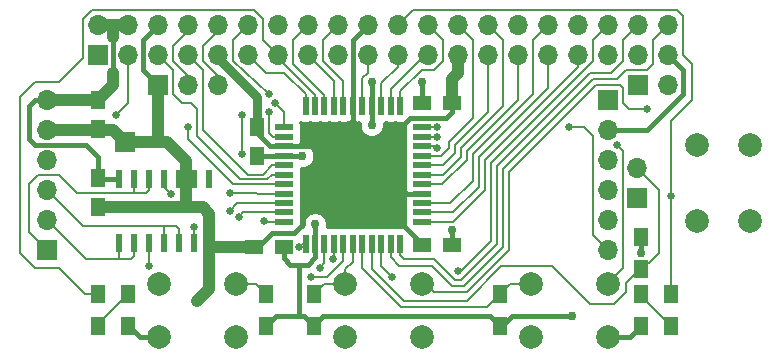
<source format=gtl>
G04 #@! TF.FileFunction,Copper,L1,Top,Signal*
%FSLAX46Y46*%
G04 Gerber Fmt 4.6, Leading zero omitted, Abs format (unit mm)*
G04 Created by KiCad (PCBNEW 4.0.7-e2-6376~58~ubuntu16.04.1) date Wed Jun 13 12:59:57 2018*
%MOMM*%
%LPD*%
G01*
G04 APERTURE LIST*
%ADD10C,0.100000*%
%ADD11R,0.600000X1.500000*%
%ADD12R,1.600000X0.560000*%
%ADD13R,0.560000X1.600000*%
%ADD14C,2.000000*%
%ADD15R,1.250000X1.500000*%
%ADD16R,1.500000X1.250000*%
%ADD17R,1.300000X1.500000*%
%ADD18R,1.700000X1.700000*%
%ADD19O,1.700000X1.700000*%
%ADD20C,0.762000*%
%ADD21C,0.660400*%
%ADD22C,0.381000*%
%ADD23C,1.016000*%
%ADD24C,0.762000*%
%ADD25C,0.203200*%
%ADD26C,0.254000*%
G04 APERTURE END LIST*
D10*
D11*
X22650000Y-45178960D03*
X23920000Y-45178960D03*
X25190000Y-45178960D03*
X26460000Y-45178960D03*
X27730000Y-45178960D03*
X29000000Y-45178960D03*
X30270000Y-45178960D03*
X30270000Y-39778960D03*
X29000000Y-39778960D03*
X27730000Y-39778960D03*
X26460000Y-39778960D03*
X25190000Y-39778960D03*
X23920000Y-39778960D03*
X22650000Y-39778960D03*
D12*
X48312000Y-43430960D03*
X48312000Y-42630960D03*
X48312000Y-41830960D03*
X48312000Y-41030960D03*
X48312000Y-40230960D03*
X48312000Y-39430960D03*
X48312000Y-38630960D03*
X48312000Y-37830960D03*
X48312000Y-37030960D03*
X48312000Y-36230960D03*
X48312000Y-35430960D03*
D13*
X46462000Y-33580960D03*
X45662000Y-33580960D03*
X44862000Y-33580960D03*
X44062000Y-33580960D03*
X43262000Y-33580960D03*
X42462000Y-33580960D03*
X41662000Y-33580960D03*
X40862000Y-33580960D03*
X40062000Y-33580960D03*
X39262000Y-33580960D03*
X38462000Y-33580960D03*
D12*
X36612000Y-35430960D03*
X36612000Y-36230960D03*
X36612000Y-37030960D03*
X36612000Y-37830960D03*
X36612000Y-38630960D03*
X36612000Y-39430960D03*
X36612000Y-40230960D03*
X36612000Y-41030960D03*
X36612000Y-41830960D03*
X36612000Y-42630960D03*
X36612000Y-43430960D03*
D13*
X38462000Y-45280960D03*
X39262000Y-45280960D03*
X40062000Y-45280960D03*
X40862000Y-45280960D03*
X41662000Y-45280960D03*
X42462000Y-45280960D03*
X43262000Y-45280960D03*
X44062000Y-45280960D03*
X44862000Y-45280960D03*
X45662000Y-45280960D03*
X46462000Y-45280960D03*
D14*
X71617000Y-36890960D03*
X76117000Y-36890960D03*
X71617000Y-43390960D03*
X76117000Y-43390960D03*
D15*
X20872000Y-39704960D03*
X20872000Y-42204960D03*
X20872000Y-33100960D03*
X20872000Y-35600960D03*
D16*
X50824000Y-45399960D03*
X48324000Y-45399960D03*
X36600000Y-45526960D03*
X34100000Y-45526960D03*
D15*
X34334000Y-37886960D03*
X34334000Y-35386960D03*
D16*
X48324000Y-33334960D03*
X50824000Y-33334960D03*
D17*
X35096000Y-52210960D03*
X35096000Y-49510960D03*
X39160000Y-52210960D03*
X39160000Y-49510960D03*
X54908000Y-52210960D03*
X54908000Y-49510960D03*
D14*
X32556000Y-48646960D03*
X32556000Y-53146960D03*
X26056000Y-48646960D03*
X26056000Y-53146960D03*
X48304000Y-48646960D03*
X48304000Y-53146960D03*
X41804000Y-48646960D03*
X41804000Y-53146960D03*
X64052000Y-48646960D03*
X64052000Y-53146960D03*
X57552000Y-48646960D03*
X57552000Y-53146960D03*
D18*
X64052000Y-33080960D03*
D19*
X64052000Y-35620960D03*
X64052000Y-38160960D03*
X64052000Y-40700960D03*
X64052000Y-43240960D03*
X64052000Y-45780960D03*
D18*
X16554000Y-45780960D03*
D19*
X16554000Y-43240960D03*
X16554000Y-40700960D03*
X16554000Y-38160960D03*
X16554000Y-35620960D03*
X16554000Y-33080960D03*
D18*
X20872000Y-29270960D03*
D19*
X20872000Y-26730960D03*
X23412000Y-29270960D03*
X23412000Y-26730960D03*
X25952000Y-29270960D03*
X25952000Y-26730960D03*
X28492000Y-29270960D03*
X28492000Y-26730960D03*
X31032000Y-29270960D03*
X31032000Y-26730960D03*
X33572000Y-29270960D03*
X33572000Y-26730960D03*
X36112000Y-29270960D03*
X36112000Y-26730960D03*
X38652000Y-29270960D03*
X38652000Y-26730960D03*
X41192000Y-29270960D03*
X41192000Y-26730960D03*
X43732000Y-29270960D03*
X43732000Y-26730960D03*
X46272000Y-29270960D03*
X46272000Y-26730960D03*
X48812000Y-29270960D03*
X48812000Y-26730960D03*
X51352000Y-29270960D03*
X51352000Y-26730960D03*
X53892000Y-29270960D03*
X53892000Y-26730960D03*
X56432000Y-29270960D03*
X56432000Y-26730960D03*
X58972000Y-29270960D03*
X58972000Y-26730960D03*
X61512000Y-29270960D03*
X61512000Y-26730960D03*
X64052000Y-29270960D03*
X64052000Y-26730960D03*
X66592000Y-29270960D03*
X66592000Y-26730960D03*
X69132000Y-29270960D03*
X69132000Y-26730960D03*
D18*
X66592000Y-31810960D03*
D19*
X69132000Y-31810960D03*
D18*
X25952000Y-31810960D03*
D19*
X28492000Y-31810960D03*
X31032000Y-31810960D03*
D17*
X23412000Y-49510960D03*
X23412000Y-52210960D03*
X66846000Y-49510960D03*
X66846000Y-52210960D03*
X20872000Y-52210960D03*
X20872000Y-49510960D03*
X69386000Y-52210960D03*
X69386000Y-49510960D03*
D18*
X23158000Y-36636960D03*
D17*
X66846000Y-44684960D03*
X66846000Y-47384960D03*
D18*
X66490400Y-41412160D03*
D19*
X66490400Y-38872160D03*
D20*
X29254000Y-50098960D03*
X48329400Y-31556960D03*
X44062200Y-31556960D03*
X61004000Y-51368960D03*
X66846000Y-46034960D03*
X50844000Y-44129960D03*
X44052000Y-35200960D03*
X38202000Y-37850960D03*
X39252000Y-43600960D03*
D21*
X28492000Y-35366960D03*
X22396000Y-34350960D03*
X34969000Y-43367960D03*
X33064000Y-37652960D03*
X33064000Y-34350960D03*
X35350000Y-32572960D03*
X64814000Y-36890960D03*
X51352000Y-47558960D03*
X38906000Y-48066960D03*
X67354000Y-33842960D03*
X49574000Y-35366960D03*
X35350000Y-34096960D03*
X49574000Y-37144960D03*
X49574000Y-36230560D03*
X60750000Y-35366960D03*
X32810000Y-42986960D03*
X32048000Y-42478960D03*
X32048000Y-40954960D03*
X35858000Y-33334960D03*
X37890000Y-45526960D03*
X27095000Y-41081960D03*
X39668000Y-47304960D03*
X25190000Y-47177960D03*
X29000000Y-43875960D03*
X40811000Y-46542960D03*
X45764000Y-48066960D03*
X69386000Y-41208960D03*
D22*
X22142000Y-30794960D02*
X22142000Y-27746960D01*
D23*
X22142000Y-26730960D02*
X22142000Y-27746960D01*
X22142000Y-31810960D02*
X22142000Y-30794960D01*
X22142000Y-31810960D02*
X20872000Y-33080960D01*
X20872000Y-33100960D02*
X20872000Y-33080960D01*
X22142000Y-26730960D02*
X23412000Y-26730960D01*
X16554000Y-33080960D02*
X20852000Y-33080960D01*
D22*
X20852000Y-33080960D02*
X20892960Y-33040000D01*
X20892960Y-33040000D02*
X20932960Y-33040000D01*
X16554000Y-33080960D02*
X15538000Y-33080960D01*
X20872000Y-37906960D02*
X20872000Y-39704960D01*
X19856000Y-36890960D02*
X20872000Y-37906960D01*
X15538000Y-36890960D02*
X19856000Y-36890960D01*
X15030000Y-36382960D02*
X15538000Y-36890960D01*
X15030000Y-33588960D02*
X15030000Y-36382960D01*
X15538000Y-33080960D02*
X15030000Y-33588960D01*
X16574000Y-33100960D02*
X16554000Y-33080960D01*
X22650000Y-39778960D02*
X20946000Y-39778960D01*
X20946000Y-39778960D02*
X20872000Y-39704960D01*
D23*
X20872000Y-26730960D02*
X22142000Y-26730960D01*
D22*
X64052000Y-53146960D02*
X65910000Y-53146960D01*
X65910000Y-53146960D02*
X66846000Y-52210960D01*
X23412000Y-52210960D02*
X23492000Y-52210960D01*
X23492000Y-52210960D02*
X24428000Y-53146960D01*
X24428000Y-53146960D02*
X26056000Y-53146960D01*
X29000000Y-39778960D02*
X28365000Y-39778960D01*
X28365000Y-39778960D02*
X28365000Y-42204960D01*
D23*
X30270000Y-45178960D02*
X30270000Y-42732960D01*
X30270000Y-42732960D02*
X29742000Y-42204960D01*
X29742000Y-42204960D02*
X28365000Y-42204960D01*
X30270000Y-45178960D02*
X30270000Y-49082960D01*
X30270000Y-49082960D02*
X29254000Y-50098960D01*
X34100000Y-45526960D02*
X30618000Y-45526960D01*
X30618000Y-45526960D02*
X30270000Y-45178960D01*
D22*
X27730000Y-39778960D02*
X29000000Y-39778960D01*
D23*
X28365000Y-42204960D02*
X28365000Y-38287960D01*
X28365000Y-38287960D02*
X26714000Y-36636960D01*
X26714000Y-36636960D02*
X25952000Y-36636960D01*
X25952000Y-36636960D02*
X23158000Y-36636960D01*
X23158000Y-36636960D02*
X22142000Y-35620960D01*
X22142000Y-35620960D02*
X20892000Y-35620960D01*
X20892000Y-35620960D02*
X20872000Y-35600960D01*
X25952000Y-36636960D02*
X25952000Y-35620960D01*
X16554000Y-35620960D02*
X20852000Y-35620960D01*
D22*
X64052000Y-35620960D02*
X67354000Y-35620960D01*
X70402000Y-30540960D02*
X69132000Y-29270960D01*
X70402000Y-32572960D02*
X70402000Y-30540960D01*
X31032000Y-29270960D02*
X31032000Y-29524960D01*
D24*
X31032000Y-29524960D02*
X34334000Y-32826960D01*
X34334000Y-32826960D02*
X34334000Y-35386960D01*
D22*
X48324000Y-45399960D02*
X48324000Y-45292960D01*
X48324000Y-45292960D02*
X46602000Y-43570960D01*
X46602000Y-43570960D02*
X46602000Y-41030960D01*
X34100000Y-45780960D02*
X34207000Y-45780960D01*
X34207000Y-45780960D02*
X35604000Y-44383960D01*
X39287000Y-39684960D02*
X45256000Y-39684960D01*
X38271000Y-40700960D02*
X39287000Y-39684960D01*
X38271000Y-43621960D02*
X38271000Y-40700960D01*
X37509000Y-44383960D02*
X38271000Y-43621960D01*
X35604000Y-44383960D02*
X37509000Y-44383960D01*
X50824000Y-33334960D02*
X50824000Y-34116960D01*
X44862000Y-37030960D02*
X42462000Y-37030960D01*
X47288000Y-34604960D02*
X44862000Y-37030960D01*
X50336000Y-34604960D02*
X47288000Y-34604960D01*
X50824000Y-34116960D02*
X50336000Y-34604960D01*
X34334000Y-35386960D02*
X34334000Y-34858960D01*
D23*
X25952000Y-31810960D02*
X25952000Y-35540000D01*
D22*
X25952000Y-35540000D02*
X25952000Y-35620960D01*
X25952000Y-35620960D02*
X25952000Y-35540000D01*
X36612000Y-37030960D02*
X35490000Y-37030960D01*
X35490000Y-37030960D02*
X34334000Y-35874960D01*
X34334000Y-35874960D02*
X34334000Y-35386960D01*
D23*
X28365000Y-42204960D02*
X20872000Y-42204960D01*
D22*
X36612000Y-37030960D02*
X42462000Y-37030960D01*
X42462000Y-37030960D02*
X42462000Y-36890960D01*
X46602000Y-41030960D02*
X48312000Y-41030960D01*
X42462000Y-36890960D02*
X45256000Y-39684960D01*
X45256000Y-39684960D02*
X46602000Y-41030960D01*
X42462000Y-33580960D02*
X42462000Y-36890960D01*
D23*
X51352000Y-29270960D02*
X51352000Y-30794960D01*
X51352000Y-30794960D02*
X50824000Y-31322960D01*
X50824000Y-31322960D02*
X50824000Y-33334960D01*
D22*
X25952000Y-26730960D02*
X24682000Y-28000960D01*
X24682000Y-30540960D02*
X25952000Y-31810960D01*
X24682000Y-28000960D02*
X24682000Y-30540960D01*
X42462000Y-28000960D02*
X43732000Y-26730960D01*
X42462000Y-33580960D02*
X42462000Y-28000960D01*
X51352000Y-33314960D02*
X51332000Y-33334960D01*
X67354000Y-35620960D02*
X70402000Y-32572960D01*
X48324000Y-33334960D02*
X48324000Y-31562360D01*
X48324000Y-31562360D02*
X48329400Y-31556960D01*
X44062000Y-33580960D02*
X44062000Y-31557160D01*
X44062000Y-31557160D02*
X44062200Y-31556960D01*
X55924000Y-51368960D02*
X61004000Y-51368960D01*
X55082000Y-52210960D02*
X55924000Y-51368960D01*
X66846000Y-46034960D02*
X66846000Y-44684960D01*
X54908000Y-52210960D02*
X55082000Y-52210960D01*
X37890000Y-47050960D02*
X37890000Y-51368960D01*
X50824000Y-45399960D02*
X50824000Y-44149960D01*
X50824000Y-44149960D02*
X50844000Y-44129960D01*
X35096000Y-52210960D02*
X35096000Y-52130960D01*
X38318000Y-51368960D02*
X37890000Y-51368960D01*
X38318000Y-51368960D02*
X39160000Y-52210960D01*
X37890000Y-51368960D02*
X35938000Y-51368960D01*
X35938000Y-51368960D02*
X35096000Y-52210960D01*
X37890000Y-47050960D02*
X38144000Y-47050960D01*
X36600000Y-45526960D02*
X36600000Y-46522960D01*
X37128000Y-47050960D02*
X38144000Y-47050960D01*
X36600000Y-46522960D02*
X37128000Y-47050960D01*
X48324000Y-33528960D02*
X48324000Y-33334960D01*
X44062000Y-33580960D02*
X44062000Y-35190960D01*
X44062000Y-35190960D02*
X44052000Y-35200960D01*
X36612000Y-37830960D02*
X38182000Y-37830960D01*
X38182000Y-37830960D02*
X38202000Y-37850960D01*
X39262000Y-43610960D02*
X39262000Y-45280960D01*
X39252000Y-43600960D02*
X39262000Y-43610960D01*
X54908000Y-52210960D02*
X54908000Y-52130960D01*
X38144000Y-47050960D02*
X38652000Y-47050960D01*
X38652000Y-47050960D02*
X39262000Y-46440960D01*
X39262000Y-46440960D02*
X39262000Y-45280960D01*
X36612000Y-37830960D02*
X34390000Y-37830960D01*
X34390000Y-37830960D02*
X34334000Y-37886960D01*
X39160000Y-52210960D02*
X39160000Y-52130960D01*
X39160000Y-52130960D02*
X39922000Y-51368960D01*
X54066000Y-51368960D02*
X54908000Y-52210960D01*
X39922000Y-51368960D02*
X54066000Y-51368960D01*
X36600000Y-45780960D02*
X36600000Y-45292960D01*
X47796000Y-33334960D02*
X48832000Y-33334960D01*
D25*
X36612000Y-40230960D02*
X32340000Y-40230960D01*
X28492000Y-35366960D02*
X28492000Y-36382960D01*
X28492000Y-36382960D02*
X32340000Y-40230960D01*
X22396000Y-34350960D02*
X23412000Y-33334960D01*
X23412000Y-33334960D02*
X23412000Y-29270960D01*
X36612000Y-39430960D02*
X35604000Y-39430960D01*
X32949598Y-39824558D02*
X29254000Y-36128960D01*
X29254000Y-36128960D02*
X29254000Y-33842960D01*
X29254000Y-33842960D02*
X28746000Y-33334960D01*
X28746000Y-33334960D02*
X27984000Y-33334960D01*
X27984000Y-33334960D02*
X27222000Y-32572960D01*
X27222000Y-32572960D02*
X27222000Y-30540960D01*
X27222000Y-30540960D02*
X25952000Y-29270960D01*
X35210402Y-39824558D02*
X32949598Y-39824558D01*
X35604000Y-39430960D02*
X35210402Y-39824558D01*
X36612000Y-38630960D02*
X35642000Y-38630960D01*
X33559196Y-39418156D02*
X29762000Y-35620960D01*
X34854804Y-39418156D02*
X33559196Y-39418156D01*
X35642000Y-38630960D02*
X34854804Y-39418156D01*
X29762000Y-30540960D02*
X28492000Y-29270960D01*
X29762000Y-35620960D02*
X29762000Y-30540960D01*
X28492000Y-29270960D02*
X28492000Y-29778960D01*
X28492000Y-26730960D02*
X28492000Y-27238960D01*
X28492000Y-27238960D02*
X27222000Y-28508960D01*
X27222000Y-28508960D02*
X27222000Y-29778960D01*
X27222000Y-29778960D02*
X28492000Y-31048960D01*
X28492000Y-31048960D02*
X28492000Y-31810960D01*
X31032000Y-26730960D02*
X31032000Y-27238960D01*
X31032000Y-27238960D02*
X29762000Y-28508960D01*
X29762000Y-28508960D02*
X29762000Y-29778960D01*
X29762000Y-29778960D02*
X31032000Y-31048960D01*
X31032000Y-31048960D02*
X31032000Y-31810960D01*
X33572000Y-29270960D02*
X35096000Y-30794960D01*
X38462000Y-32636960D02*
X38462000Y-33580960D01*
X36620000Y-30794960D02*
X38462000Y-32636960D01*
X35096000Y-30794960D02*
X36620000Y-30794960D01*
X36612000Y-43430960D02*
X35032000Y-43430960D01*
X35032000Y-43430960D02*
X34969000Y-43367960D01*
X33064000Y-37652960D02*
X33064000Y-34350960D01*
X32302000Y-29778960D02*
X32302000Y-28000960D01*
X35350000Y-32572960D02*
X32302000Y-29778960D01*
X32302000Y-28000960D02*
X33572000Y-26730960D01*
X20872000Y-49510960D02*
X19776000Y-49510960D01*
X19776000Y-49510960D02*
X17570000Y-47304960D01*
X17570000Y-47304960D02*
X15538000Y-47304960D01*
X15538000Y-47304960D02*
X14268000Y-46034960D01*
X34842000Y-28000960D02*
X36112000Y-29270960D01*
X34842000Y-26222960D02*
X34842000Y-28000960D01*
X34080000Y-25460960D02*
X34842000Y-26222960D01*
X20364000Y-25460960D02*
X34080000Y-25460960D01*
X19602000Y-26222960D02*
X20364000Y-25460960D01*
X19602000Y-29524960D02*
X19602000Y-26222960D01*
X17570000Y-31556960D02*
X19602000Y-29524960D01*
X15538000Y-31556960D02*
X17570000Y-31556960D01*
X14268000Y-32826960D02*
X15538000Y-31556960D01*
X14268000Y-46034960D02*
X14268000Y-32826960D01*
X36112000Y-29270960D02*
X36112000Y-29524960D01*
X36112000Y-29524960D02*
X39262000Y-32674960D01*
X39262000Y-32674960D02*
X39262000Y-33580960D01*
X40862000Y-33580960D02*
X40862000Y-31480960D01*
X40862000Y-31480960D02*
X38652000Y-29270960D01*
X38652000Y-26730960D02*
X37382000Y-28000960D01*
X40062000Y-32712960D02*
X40062000Y-33580960D01*
X37382000Y-30032960D02*
X40062000Y-32712960D01*
X37382000Y-28000960D02*
X37382000Y-30032960D01*
X41662000Y-33580960D02*
X41662000Y-31518960D01*
X39922000Y-28000960D02*
X41192000Y-26730960D01*
X39922000Y-29778960D02*
X39922000Y-28000960D01*
X41662000Y-31518960D02*
X39922000Y-29778960D01*
X43732000Y-29270960D02*
X43732000Y-30794960D01*
X43262000Y-31264960D02*
X43262000Y-33580960D01*
X43732000Y-30794960D02*
X43262000Y-31264960D01*
X46272000Y-29270960D02*
X46272000Y-30286960D01*
X44862000Y-31696960D02*
X44862000Y-33580960D01*
X46272000Y-30286960D02*
X44862000Y-31696960D01*
X45662000Y-33580960D02*
X45662000Y-32216960D01*
X45662000Y-32216960D02*
X48608000Y-29270960D01*
X48608000Y-29270960D02*
X48812000Y-29270960D01*
X48812000Y-26730960D02*
X50082000Y-28000960D01*
X46462000Y-32382960D02*
X46462000Y-33580960D01*
X48304000Y-30540960D02*
X46462000Y-32382960D01*
X49320000Y-30540960D02*
X48304000Y-30540960D01*
X50082000Y-29778960D02*
X49320000Y-30540960D01*
X50082000Y-28000960D02*
X50082000Y-29778960D01*
X48312000Y-37830960D02*
X49904000Y-37830960D01*
X52622000Y-28000960D02*
X51352000Y-26730960D01*
X52622000Y-34604960D02*
X52622000Y-28000960D01*
X50590000Y-36636960D02*
X52622000Y-34604960D01*
X50590000Y-37144960D02*
X50590000Y-36636960D01*
X49904000Y-37830960D02*
X50590000Y-37144960D01*
X48312000Y-40230960D02*
X50044000Y-40230960D01*
X52114000Y-37398960D02*
X56432000Y-33080960D01*
X56432000Y-33080960D02*
X56432000Y-29270960D01*
X52114000Y-38160960D02*
X52114000Y-37398960D01*
X50044000Y-40230960D02*
X52114000Y-38160960D01*
X48312000Y-42630960D02*
X50946000Y-42630960D01*
X53130000Y-40446960D02*
X53130000Y-37906960D01*
X50946000Y-42630960D02*
X53130000Y-40446960D01*
X53130000Y-37906960D02*
X58972000Y-32064960D01*
X58972000Y-32064960D02*
X58972000Y-29270960D01*
X48312000Y-41830960D02*
X50730000Y-41830960D01*
X57702000Y-28000960D02*
X58972000Y-26730960D01*
X57702000Y-32572960D02*
X57702000Y-28000960D01*
X52622000Y-37652960D02*
X57702000Y-32572960D01*
X52622000Y-39938960D02*
X52622000Y-37652960D01*
X50730000Y-41830960D02*
X52622000Y-39938960D01*
X48312000Y-43430960D02*
X50908000Y-43430960D01*
X53638000Y-40700960D02*
X53638000Y-38160960D01*
X50908000Y-43430960D02*
X53638000Y-40700960D01*
X53638000Y-38160960D02*
X61512000Y-30286960D01*
X61512000Y-30286960D02*
X61512000Y-29270960D01*
X43262000Y-45280960D02*
X43262000Y-47342960D01*
X43262000Y-47342960D02*
X46526000Y-50606960D01*
X64052000Y-48646960D02*
X64052000Y-48574960D01*
X64052000Y-48574960D02*
X65322000Y-47304960D01*
X53812000Y-50606960D02*
X54908000Y-49510960D01*
X46526000Y-50606960D02*
X53812000Y-50606960D01*
X64814000Y-36890960D02*
X65322000Y-37398960D01*
X65322000Y-37398960D02*
X65322000Y-47304960D01*
X57552000Y-48646960D02*
X55772000Y-48646960D01*
X55772000Y-48646960D02*
X54908000Y-49510960D01*
X41662000Y-45280960D02*
X41662000Y-46707960D01*
X41662000Y-46707960D02*
X40303000Y-48066960D01*
X62782000Y-29778960D02*
X54146000Y-38414960D01*
X62782000Y-29778960D02*
X62782000Y-28000960D01*
X62782000Y-28000960D02*
X64052000Y-26730960D01*
X51606000Y-47558960D02*
X51352000Y-47558960D01*
X54146000Y-45018960D02*
X51606000Y-47558960D01*
X54146000Y-38414960D02*
X54146000Y-45018960D01*
X32556000Y-48646960D02*
X34232000Y-48646960D01*
X34232000Y-48646960D02*
X35096000Y-49510960D01*
X40303000Y-48066960D02*
X38906000Y-48066960D01*
X41804000Y-48646960D02*
X41804000Y-47454960D01*
X41804000Y-47454960D02*
X42462000Y-46796960D01*
X42462000Y-45280960D02*
X42462000Y-46796960D01*
X48304000Y-48646960D02*
X48630000Y-48646960D01*
X48630000Y-48646960D02*
X49320000Y-49336960D01*
X52114000Y-49336960D02*
X55670000Y-45780960D01*
X49320000Y-49336960D02*
X52114000Y-49336960D01*
X55670000Y-39176960D02*
X63036000Y-31810960D01*
X55670000Y-45780960D02*
X55670000Y-39176960D01*
X63036000Y-31810960D02*
X65068000Y-31810960D01*
X65068000Y-31810960D02*
X65322000Y-32064960D01*
X65322000Y-32064960D02*
X65322000Y-33334960D01*
X65322000Y-33334960D02*
X65830000Y-33842960D01*
X65830000Y-33842960D02*
X67354000Y-33842960D01*
X48304000Y-48646960D02*
X48486000Y-48646960D01*
X41804000Y-48646960D02*
X40024000Y-48646960D01*
X40024000Y-48646960D02*
X39160000Y-49510960D01*
X46462000Y-45280960D02*
X46462000Y-46224960D01*
X65322000Y-28000960D02*
X66592000Y-26730960D01*
X65322000Y-29778960D02*
X65322000Y-28000960D01*
X64306000Y-30794960D02*
X65322000Y-29778960D01*
X62528000Y-30794960D02*
X64306000Y-30794960D01*
X54654000Y-38668960D02*
X62528000Y-30794960D01*
X54654000Y-45272960D02*
X54654000Y-38668960D01*
X51606000Y-48320960D02*
X54654000Y-45272960D01*
X51098000Y-48320960D02*
X51606000Y-48320960D01*
X49320000Y-46542960D02*
X51098000Y-48320960D01*
X46780000Y-46542960D02*
X49320000Y-46542960D01*
X46462000Y-46224960D02*
X46780000Y-46542960D01*
X46462000Y-45280960D02*
X46462000Y-45589960D01*
X62782000Y-31302960D02*
X64814000Y-31302960D01*
X69132000Y-26730960D02*
X67862000Y-28000960D01*
X45662000Y-46440960D02*
X46399000Y-47177960D01*
X45662000Y-46440960D02*
X45662000Y-45280960D01*
X46399000Y-47177960D02*
X49159576Y-47177960D01*
X49159576Y-47177960D02*
X50897478Y-48828960D01*
X50897478Y-48828960D02*
X51860000Y-48828960D01*
X51860000Y-48828960D02*
X55162000Y-45526960D01*
X55162000Y-45526960D02*
X55162000Y-38922960D01*
X55162000Y-38922960D02*
X62782000Y-31302960D01*
X67862000Y-30032960D02*
X67862000Y-28000960D01*
X67354000Y-30540960D02*
X67862000Y-30032960D01*
X65576000Y-30540960D02*
X67354000Y-30540960D01*
X64814000Y-31302960D02*
X65576000Y-30540960D01*
X49510000Y-35430960D02*
X49574000Y-35366960D01*
X48312000Y-35430960D02*
X49510000Y-35430960D01*
X35350000Y-35874960D02*
X35350000Y-34096960D01*
X35706000Y-36230960D02*
X35350000Y-35874960D01*
X35706000Y-36230960D02*
X36612000Y-36230960D01*
X48312000Y-37030960D02*
X49460000Y-37030960D01*
X49460000Y-37030960D02*
X49574000Y-37144960D01*
X48198000Y-37144960D02*
X48312000Y-37030960D01*
X49574000Y-36128960D02*
X49574000Y-36230560D01*
X49472000Y-36230960D02*
X49574000Y-36128960D01*
X48312000Y-36230960D02*
X49472000Y-36230960D01*
X62782000Y-44510960D02*
X62782000Y-36128960D01*
X64052000Y-45780960D02*
X62782000Y-44510960D01*
X62020000Y-35366960D02*
X60750000Y-35366960D01*
X62782000Y-36128960D02*
X62020000Y-35366960D01*
X64052000Y-45780960D02*
X64306000Y-45780960D01*
X36612000Y-42630960D02*
X33166000Y-42630960D01*
X33166000Y-42630960D02*
X32810000Y-42986960D01*
X15030000Y-40192960D02*
X15792000Y-39430960D01*
X15030000Y-44256960D02*
X15030000Y-40192960D01*
X16554000Y-45780960D02*
X15030000Y-44256960D01*
X19094000Y-40954960D02*
X23920000Y-40954960D01*
X17570000Y-39430960D02*
X19094000Y-40954960D01*
X15792000Y-39430960D02*
X17570000Y-39430960D01*
X23920000Y-39778960D02*
X23920000Y-40954960D01*
X23920000Y-40954960D02*
X24936000Y-40954960D01*
X25190000Y-40700960D02*
X25190000Y-39778960D01*
X24936000Y-40954960D02*
X25190000Y-40700960D01*
X36612000Y-41830960D02*
X32696000Y-41830960D01*
X32696000Y-41830960D02*
X32048000Y-42478960D01*
X22650000Y-45178960D02*
X22650000Y-46542960D01*
X23920000Y-45178960D02*
X23920000Y-46288960D01*
X19856000Y-46542960D02*
X16554000Y-43240960D01*
X23666000Y-46542960D02*
X22650000Y-46542960D01*
X22650000Y-46542960D02*
X19856000Y-46542960D01*
X23920000Y-46288960D02*
X23666000Y-46542960D01*
X36612000Y-41030960D02*
X32111357Y-41018317D01*
X32111357Y-41018317D02*
X32048000Y-40954960D01*
X26460000Y-45178960D02*
X26460000Y-43748960D01*
X27730000Y-45178960D02*
X27730000Y-44002960D01*
X19602000Y-43748960D02*
X16554000Y-40700960D01*
X27476000Y-43748960D02*
X26460000Y-43748960D01*
X26460000Y-43748960D02*
X19602000Y-43748960D01*
X27730000Y-44002960D02*
X27476000Y-43748960D01*
X36612000Y-35430960D02*
X36612000Y-34088960D01*
X36612000Y-34088960D02*
X35858000Y-33334960D01*
X36620000Y-35422960D02*
X36612000Y-35430960D01*
X26460000Y-39778960D02*
X26460000Y-40446960D01*
X26460000Y-40446960D02*
X27095000Y-41081960D01*
X38136000Y-45280960D02*
X37890000Y-45526960D01*
X38136000Y-45280960D02*
X38462000Y-45280960D01*
X38390000Y-45280960D02*
X38462000Y-45280960D01*
X40062000Y-45280960D02*
X40062000Y-46910960D01*
X40062000Y-46910960D02*
X39668000Y-47304960D01*
X25190000Y-45178960D02*
X25190000Y-47177960D01*
X29000000Y-45178960D02*
X29000000Y-43875960D01*
X40811000Y-46542960D02*
X40862000Y-46491960D01*
X40862000Y-46491960D02*
X40862000Y-45280960D01*
X20872000Y-52210960D02*
X20872000Y-52050960D01*
X20872000Y-52050960D02*
X23412000Y-49510960D01*
X66846000Y-49510960D02*
X66846000Y-49670960D01*
X66846000Y-49670960D02*
X69386000Y-52210960D01*
X44862000Y-45280960D02*
X44862000Y-47164960D01*
X44862000Y-47164960D02*
X45764000Y-48066960D01*
X69386000Y-41208960D02*
X69386000Y-34858960D01*
X69894000Y-25460960D02*
X47542000Y-25460960D01*
X70402000Y-25968960D02*
X69894000Y-25460960D01*
X70402000Y-29270960D02*
X70402000Y-25968960D01*
X71164000Y-30032960D02*
X70402000Y-29270960D01*
X71164000Y-33080960D02*
X71164000Y-30032960D01*
X69386000Y-34858960D02*
X71164000Y-33080960D01*
X47542000Y-25460960D02*
X46272000Y-26730960D01*
X69386000Y-41208960D02*
X69386000Y-49510960D01*
X48312000Y-38630960D02*
X50082000Y-38630960D01*
X53892000Y-34096960D02*
X53892000Y-29270960D01*
X51098000Y-36890960D02*
X53892000Y-34096960D01*
X51098000Y-37614960D02*
X51098000Y-36890960D01*
X50082000Y-38630960D02*
X51098000Y-37614960D01*
X48312000Y-39430960D02*
X50082000Y-39430960D01*
X55162000Y-28000960D02*
X53892000Y-26730960D01*
X55162000Y-33588960D02*
X55162000Y-28000960D01*
X51606000Y-37144960D02*
X55162000Y-33588960D01*
X51606000Y-37906960D02*
X51606000Y-37144960D01*
X50082000Y-39430960D02*
X51606000Y-37906960D01*
X66490400Y-38872160D02*
X66541200Y-38872160D01*
X66541200Y-38872160D02*
X68370000Y-40700960D01*
X66846000Y-46876960D02*
X66846000Y-47304960D01*
X66846000Y-47304960D02*
X65576000Y-48574960D01*
X66846000Y-46876960D02*
X67528000Y-46876960D01*
X67528000Y-46876960D02*
X68370000Y-46034960D01*
X65576000Y-49336960D02*
X65576000Y-48574960D01*
X68370000Y-46034960D02*
X68370000Y-40700960D01*
X44062000Y-45280960D02*
X44062000Y-47380960D01*
X44062000Y-47380960D02*
X46780000Y-50098960D01*
X52114000Y-50098960D02*
X46780000Y-50098960D01*
X55035000Y-47177960D02*
X52114000Y-50098960D01*
X59353000Y-47177960D02*
X55035000Y-47177960D01*
X62528000Y-50352960D02*
X59353000Y-47177960D01*
X64560000Y-50352960D02*
X62528000Y-50352960D01*
X65576000Y-49336960D02*
X64560000Y-50352960D01*
D26*
G36*
X42664032Y-34932242D02*
X42747750Y-35015960D01*
X42868310Y-35015960D01*
X42885470Y-35008852D01*
X42982000Y-35028400D01*
X43036150Y-35028400D01*
X43035824Y-35402168D01*
X43190175Y-35775726D01*
X43475731Y-36061781D01*
X43849018Y-36216784D01*
X44253208Y-36217136D01*
X44626766Y-36062785D01*
X44912821Y-35777229D01*
X45067824Y-35403942D01*
X45068151Y-35028400D01*
X45142000Y-35028400D01*
X45266405Y-35004991D01*
X45382000Y-35028400D01*
X45942000Y-35028400D01*
X46066405Y-35004991D01*
X46182000Y-35028400D01*
X46742000Y-35028400D01*
X46895217Y-34999570D01*
X46864560Y-35150960D01*
X46864560Y-35710960D01*
X46887969Y-35835365D01*
X46864560Y-35950960D01*
X46864560Y-36510960D01*
X46887969Y-36635365D01*
X46864560Y-36750960D01*
X46864560Y-37310960D01*
X46887969Y-37435365D01*
X46864560Y-37550960D01*
X46864560Y-38110960D01*
X46887969Y-38235365D01*
X46864560Y-38350960D01*
X46864560Y-38910960D01*
X46887969Y-39035365D01*
X46864560Y-39150960D01*
X46864560Y-39710960D01*
X46887969Y-39835365D01*
X46864560Y-39950960D01*
X46864560Y-40510960D01*
X46883156Y-40609788D01*
X46877000Y-40624650D01*
X46877000Y-40745210D01*
X46964377Y-40832587D01*
X46975000Y-40849096D01*
X46975000Y-41212090D01*
X46960718Y-41232992D01*
X46877000Y-41316710D01*
X46877000Y-41437270D01*
X46884108Y-41454430D01*
X46864560Y-41550960D01*
X46864560Y-42110960D01*
X46887969Y-42235365D01*
X46864560Y-42350960D01*
X46864560Y-42910960D01*
X46887969Y-43035365D01*
X46864560Y-43150960D01*
X46864560Y-43710960D01*
X46893390Y-43864177D01*
X46742000Y-43833520D01*
X46182000Y-43833520D01*
X46057595Y-43856929D01*
X45942000Y-43833520D01*
X45382000Y-43833520D01*
X45257595Y-43856929D01*
X45142000Y-43833520D01*
X44582000Y-43833520D01*
X44457595Y-43856929D01*
X44342000Y-43833520D01*
X43782000Y-43833520D01*
X43657595Y-43856929D01*
X43542000Y-43833520D01*
X42982000Y-43833520D01*
X42857595Y-43856929D01*
X42742000Y-43833520D01*
X42182000Y-43833520D01*
X42057595Y-43856929D01*
X41942000Y-43833520D01*
X41382000Y-43833520D01*
X41257595Y-43856929D01*
X41142000Y-43833520D01*
X40582000Y-43833520D01*
X40457595Y-43856929D01*
X40342000Y-43833520D01*
X40255542Y-43833520D01*
X40267824Y-43803942D01*
X40268176Y-43399752D01*
X40113825Y-43026194D01*
X39828269Y-42740139D01*
X39454982Y-42585136D01*
X39050792Y-42584784D01*
X38677234Y-42739135D01*
X38391179Y-43024691D01*
X38236176Y-43397978D01*
X38235824Y-43802168D01*
X38248778Y-43833520D01*
X38182000Y-43833520D01*
X38028783Y-43862350D01*
X38059440Y-43710960D01*
X38059440Y-43150960D01*
X38036031Y-43026555D01*
X38059440Y-42910960D01*
X38059440Y-42350960D01*
X38036031Y-42226555D01*
X38059440Y-42110960D01*
X38059440Y-41550960D01*
X38036031Y-41426555D01*
X38059440Y-41310960D01*
X38059440Y-40750960D01*
X38036031Y-40626555D01*
X38059440Y-40510960D01*
X38059440Y-39950960D01*
X38036031Y-39826555D01*
X38059440Y-39710960D01*
X38059440Y-39150960D01*
X38036031Y-39026555D01*
X38059440Y-38910960D01*
X38059440Y-38866837D01*
X38403208Y-38867136D01*
X38776766Y-38712785D01*
X39062821Y-38427229D01*
X39217824Y-38053942D01*
X39218176Y-37649752D01*
X39063825Y-37276194D01*
X38778269Y-36990139D01*
X38404982Y-36835136D01*
X38000792Y-36834784D01*
X37942951Y-36858683D01*
X37963282Y-36828928D01*
X38047000Y-36745210D01*
X38047000Y-36624650D01*
X38039892Y-36607490D01*
X38059440Y-36510960D01*
X38059440Y-35950960D01*
X38036031Y-35826555D01*
X38059440Y-35710960D01*
X38059440Y-35150960D01*
X38030610Y-34997743D01*
X38182000Y-35028400D01*
X38742000Y-35028400D01*
X38866405Y-35004991D01*
X38982000Y-35028400D01*
X39542000Y-35028400D01*
X39666405Y-35004991D01*
X39782000Y-35028400D01*
X40342000Y-35028400D01*
X40466405Y-35004991D01*
X40582000Y-35028400D01*
X41142000Y-35028400D01*
X41266405Y-35004991D01*
X41382000Y-35028400D01*
X41942000Y-35028400D01*
X42040828Y-35009804D01*
X42055690Y-35015960D01*
X42176250Y-35015960D01*
X42263627Y-34928583D01*
X42264595Y-34927960D01*
X42657765Y-34927960D01*
X42664032Y-34932242D01*
X42664032Y-34932242D01*
G37*
X42664032Y-34932242D02*
X42747750Y-35015960D01*
X42868310Y-35015960D01*
X42885470Y-35008852D01*
X42982000Y-35028400D01*
X43036150Y-35028400D01*
X43035824Y-35402168D01*
X43190175Y-35775726D01*
X43475731Y-36061781D01*
X43849018Y-36216784D01*
X44253208Y-36217136D01*
X44626766Y-36062785D01*
X44912821Y-35777229D01*
X45067824Y-35403942D01*
X45068151Y-35028400D01*
X45142000Y-35028400D01*
X45266405Y-35004991D01*
X45382000Y-35028400D01*
X45942000Y-35028400D01*
X46066405Y-35004991D01*
X46182000Y-35028400D01*
X46742000Y-35028400D01*
X46895217Y-34999570D01*
X46864560Y-35150960D01*
X46864560Y-35710960D01*
X46887969Y-35835365D01*
X46864560Y-35950960D01*
X46864560Y-36510960D01*
X46887969Y-36635365D01*
X46864560Y-36750960D01*
X46864560Y-37310960D01*
X46887969Y-37435365D01*
X46864560Y-37550960D01*
X46864560Y-38110960D01*
X46887969Y-38235365D01*
X46864560Y-38350960D01*
X46864560Y-38910960D01*
X46887969Y-39035365D01*
X46864560Y-39150960D01*
X46864560Y-39710960D01*
X46887969Y-39835365D01*
X46864560Y-39950960D01*
X46864560Y-40510960D01*
X46883156Y-40609788D01*
X46877000Y-40624650D01*
X46877000Y-40745210D01*
X46964377Y-40832587D01*
X46975000Y-40849096D01*
X46975000Y-41212090D01*
X46960718Y-41232992D01*
X46877000Y-41316710D01*
X46877000Y-41437270D01*
X46884108Y-41454430D01*
X46864560Y-41550960D01*
X46864560Y-42110960D01*
X46887969Y-42235365D01*
X46864560Y-42350960D01*
X46864560Y-42910960D01*
X46887969Y-43035365D01*
X46864560Y-43150960D01*
X46864560Y-43710960D01*
X46893390Y-43864177D01*
X46742000Y-43833520D01*
X46182000Y-43833520D01*
X46057595Y-43856929D01*
X45942000Y-43833520D01*
X45382000Y-43833520D01*
X45257595Y-43856929D01*
X45142000Y-43833520D01*
X44582000Y-43833520D01*
X44457595Y-43856929D01*
X44342000Y-43833520D01*
X43782000Y-43833520D01*
X43657595Y-43856929D01*
X43542000Y-43833520D01*
X42982000Y-43833520D01*
X42857595Y-43856929D01*
X42742000Y-43833520D01*
X42182000Y-43833520D01*
X42057595Y-43856929D01*
X41942000Y-43833520D01*
X41382000Y-43833520D01*
X41257595Y-43856929D01*
X41142000Y-43833520D01*
X40582000Y-43833520D01*
X40457595Y-43856929D01*
X40342000Y-43833520D01*
X40255542Y-43833520D01*
X40267824Y-43803942D01*
X40268176Y-43399752D01*
X40113825Y-43026194D01*
X39828269Y-42740139D01*
X39454982Y-42585136D01*
X39050792Y-42584784D01*
X38677234Y-42739135D01*
X38391179Y-43024691D01*
X38236176Y-43397978D01*
X38235824Y-43802168D01*
X38248778Y-43833520D01*
X38182000Y-43833520D01*
X38028783Y-43862350D01*
X38059440Y-43710960D01*
X38059440Y-43150960D01*
X38036031Y-43026555D01*
X38059440Y-42910960D01*
X38059440Y-42350960D01*
X38036031Y-42226555D01*
X38059440Y-42110960D01*
X38059440Y-41550960D01*
X38036031Y-41426555D01*
X38059440Y-41310960D01*
X38059440Y-40750960D01*
X38036031Y-40626555D01*
X38059440Y-40510960D01*
X38059440Y-39950960D01*
X38036031Y-39826555D01*
X38059440Y-39710960D01*
X38059440Y-39150960D01*
X38036031Y-39026555D01*
X38059440Y-38910960D01*
X38059440Y-38866837D01*
X38403208Y-38867136D01*
X38776766Y-38712785D01*
X39062821Y-38427229D01*
X39217824Y-38053942D01*
X39218176Y-37649752D01*
X39063825Y-37276194D01*
X38778269Y-36990139D01*
X38404982Y-36835136D01*
X38000792Y-36834784D01*
X37942951Y-36858683D01*
X37963282Y-36828928D01*
X38047000Y-36745210D01*
X38047000Y-36624650D01*
X38039892Y-36607490D01*
X38059440Y-36510960D01*
X38059440Y-35950960D01*
X38036031Y-35826555D01*
X38059440Y-35710960D01*
X38059440Y-35150960D01*
X38030610Y-34997743D01*
X38182000Y-35028400D01*
X38742000Y-35028400D01*
X38866405Y-35004991D01*
X38982000Y-35028400D01*
X39542000Y-35028400D01*
X39666405Y-35004991D01*
X39782000Y-35028400D01*
X40342000Y-35028400D01*
X40466405Y-35004991D01*
X40582000Y-35028400D01*
X41142000Y-35028400D01*
X41266405Y-35004991D01*
X41382000Y-35028400D01*
X41942000Y-35028400D01*
X42040828Y-35009804D01*
X42055690Y-35015960D01*
X42176250Y-35015960D01*
X42263627Y-34928583D01*
X42264595Y-34927960D01*
X42657765Y-34927960D01*
X42664032Y-34932242D01*
M02*

</source>
